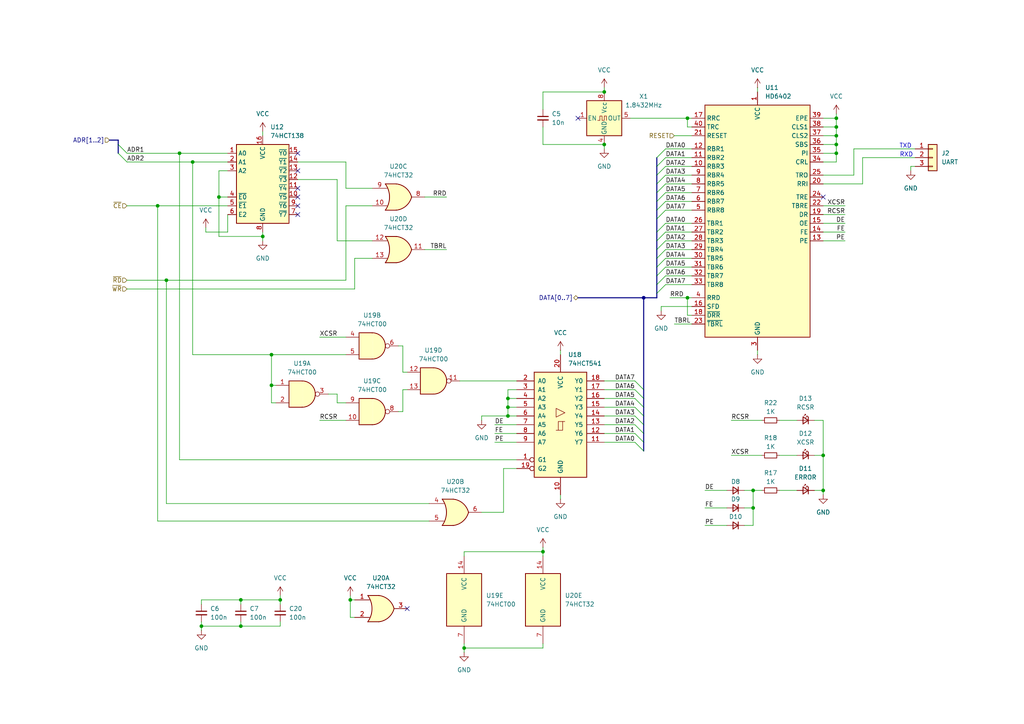
<source format=kicad_sch>
(kicad_sch (version 20231120) (generator "eeschema") (generator_version "8.0")
  (paper "A4")
  (title_block (title "J11 Homebrew Phase 1: ODT Console") (date "2025-08-28") (rev "2") (company "Jirne Van Rillaer"))
  (lib_symbols
    (symbol "74xx:74HCT00" (pin_names (offset 1.016))
      (property "Reference" "U" (at 0 1.27 0))
      (property "Value" "74HCT00" (at 0 -1.27 0))
      (symbol "74HCT00_1_1"
        (arc (start 0 -3.81) (mid 3.7934 0) (end 0 3.81) (stroke (width 0.254)) (fill (type background)))
        (polyline (pts (xy 0 3.81) (xy -3.81 3.81) (xy -3.81 -3.81) (xy 0 -3.81)) (stroke (width 0.254)) (fill (type background)))
        (pin input line (at -7.62 2.54 0) (length 3.81) (name "~") (number "1"))
        (pin input line (at -7.62 -2.54 0) (length 3.81) (name "~") (number "2"))
        (pin output inverted (at 7.62 0 180) (length 3.81) (name "~") (number "3"))
      )
      (symbol "74HCT00_1_2"
        (arc (start -3.81 -3.81) (mid -2.589 0) (end -3.81 3.81) (stroke (width 0.254)))
        (arc (start -0.6096 -3.81) (mid 2.1842 -2.5851) (end 3.81 0) (stroke (width 0.254)) (fill (type background)))
        (polyline (pts (xy -3.81 -3.81) (xy -0.635 -3.81)) (stroke (width 0.254)) (fill (type background)))
        (polyline (pts (xy -3.81 3.81) (xy -0.635 3.81)) (stroke (width 0.254)) (fill (type background)))
        (polyline (pts (xy -0.635 3.81) (xy -3.81 3.81) (xy -3.81 3.81) (xy -3.556 3.4036) (xy -3.0226 2.2606) (xy -2.6924 1.0414) (xy -2.6162 -0.254) (xy -2.7686 -1.4986) (xy -3.175 -2.7178) (xy -3.81 -3.81) (xy -3.81 -3.81) (xy -0.635 -3.81)) (stroke (width -25.4)) (fill (type background)))
        (arc (start 3.81 0) (mid 2.1915 2.5936) (end -0.6096 3.81) (stroke (width 0.254)) (fill (type background)))
        (pin input inverted (at -7.62 2.54 0) (length 4.318) (name "~") (number "1"))
        (pin input inverted (at -7.62 -2.54 0) (length 4.318) (name "~") (number "2"))
        (pin output line (at 7.62 0 180) (length 3.81) (name "~") (number "3"))
      )
      (symbol "74HCT00_2_1"
        (arc (start 0 -3.81) (mid 3.7934 0) (end 0 3.81) (stroke (width 0.254)) (fill (type background)))
        (polyline (pts (xy 0 3.81) (xy -3.81 3.81) (xy -3.81 -3.81) (xy 0 -3.81)) (stroke (width 0.254)) (fill (type background)))
        (pin input line (at -7.62 2.54 0) (length 3.81) (name "~") (number "4"))
        (pin input line (at -7.62 -2.54 0) (length 3.81) (name "~") (number "5"))
        (pin output inverted (at 7.62 0 180) (length 3.81) (name "~") (number "6"))
      )
      (symbol "74HCT00_2_2"
        (arc (start -3.81 -3.81) (mid -2.589 0) (end -3.81 3.81) (stroke (width 0.254)))
        (arc (start -0.6096 -3.81) (mid 2.1842 -2.5851) (end 3.81 0) (stroke (width 0.254)) (fill (type background)))
        (polyline (pts (xy -3.81 -3.81) (xy -0.635 -3.81)) (stroke (width 0.254)) (fill (type background)))
        (polyline (pts (xy -3.81 3.81) (xy -0.635 3.81)) (stroke (width 0.254)) (fill (type background)))
        (polyline (pts (xy -0.635 3.81) (xy -3.81 3.81) (xy -3.81 3.81) (xy -3.556 3.4036) (xy -3.0226 2.2606) (xy -2.6924 1.0414) (xy -2.6162 -0.254) (xy -2.7686 -1.4986) (xy -3.175 -2.7178) (xy -3.81 -3.81) (xy -3.81 -3.81) (xy -0.635 -3.81)) (stroke (width -25.4)) (fill (type background)))
        (arc (start 3.81 0) (mid 2.1915 2.5936) (end -0.6096 3.81) (stroke (width 0.254)) (fill (type background)))
        (pin input inverted (at -7.62 2.54 0) (length 4.318) (name "~") (number "4"))
        (pin input inverted (at -7.62 -2.54 0) (length 4.318) (name "~") (number "5"))
        (pin output line (at 7.62 0 180) (length 3.81) (name "~") (number "6"))
      )
      (symbol "74HCT00_3_1"
        (arc (start 0 -3.81) (mid 3.7934 0) (end 0 3.81) (stroke (width 0.254)) (fill (type background)))
        (polyline (pts (xy 0 3.81) (xy -3.81 3.81) (xy -3.81 -3.81) (xy 0 -3.81)) (stroke (width 0.254)) (fill (type background)))
        (pin input line (at -7.62 -2.54 0) (length 3.81) (name "~") (number "10"))
        (pin output inverted (at 7.62 0 180) (length 3.81) (name "~") (number "8"))
        (pin input line (at -7.62 2.54 0) (length 3.81) (name "~") (number "9"))
      )
      (symbol "74HCT00_3_2"
        (arc (start -3.81 -3.81) (mid -2.589 0) (end -3.81 3.81) (stroke (width 0.254)))
        (arc (start -0.6096 -3.81) (mid 2.1842 -2.5851) (end 3.81 0) (stroke (width 0.254)) (fill (type background)))
        (polyline (pts (xy -3.81 -3.81) (xy -0.635 -3.81)) (stroke (width 0.254)) (fill (type background)))
        (polyline (pts (xy -3.81 3.81) (xy -0.635 3.81)) (stroke (width 0.254)) (fill (type background)))
        (polyline (pts (xy -0.635 3.81) (xy -3.81 3.81) (xy -3.81 3.81) (xy -3.556 3.4036) (xy -3.0226 2.2606) (xy -2.6924 1.0414) (xy -2.6162 -0.254) (xy -2.7686 -1.4986) (xy -3.175 -2.7178) (xy -3.81 -3.81) (xy -3.81 -3.81) (xy -0.635 -3.81)) (stroke (width -25.4)) (fill (type background)))
        (arc (start 3.81 0) (mid 2.1915 2.5936) (end -0.6096 3.81) (stroke (width 0.254)) (fill (type background)))
        (pin input inverted (at -7.62 -2.54 0) (length 4.318) (name "~") (number "10"))
        (pin output line (at 7.62 0 180) (length 3.81) (name "~") (number "8"))
        (pin input inverted (at -7.62 2.54 0) (length 4.318) (name "~") (number "9"))
      )
      (symbol "74HCT00_4_1"
        (arc (start 0 -3.81) (mid 3.7934 0) (end 0 3.81) (stroke (width 0.254)) (fill (type background)))
        (polyline (pts (xy 0 3.81) (xy -3.81 3.81) (xy -3.81 -3.81) (xy 0 -3.81)) (stroke (width 0.254)) (fill (type background)))
        (pin output inverted (at 7.62 0 180) (length 3.81) (name "~") (number "11"))
        (pin input line (at -7.62 2.54 0) (length 3.81) (name "~") (number "12"))
        (pin input line (at -7.62 -2.54 0) (length 3.81) (name "~") (number "13"))
      )
      (symbol "74HCT00_4_2"
        (arc (start -3.81 -3.81) (mid -2.589 0) (end -3.81 3.81) (stroke (width 0.254)))
        (arc (start -0.6096 -3.81) (mid 2.1842 -2.5851) (end 3.81 0) (stroke (width 0.254)) (fill (type background)))
        (polyline (pts (xy -3.81 -3.81) (xy -0.635 -3.81)) (stroke (width 0.254)) (fill (type background)))
        (polyline (pts (xy -3.81 3.81) (xy -0.635 3.81)) (stroke (width 0.254)) (fill (type background)))
        (polyline (pts (xy -0.635 3.81) (xy -3.81 3.81) (xy -3.81 3.81) (xy -3.556 3.4036) (xy -3.0226 2.2606) (xy -2.6924 1.0414) (xy -2.6162 -0.254) (xy -2.7686 -1.4986) (xy -3.175 -2.7178) (xy -3.81 -3.81) (xy -3.81 -3.81) (xy -0.635 -3.81)) (stroke (width -25.4)) (fill (type background)))
        (arc (start 3.81 0) (mid 2.1915 2.5936) (end -0.6096 3.81) (stroke (width 0.254)) (fill (type background)))
        (pin output line (at 7.62 0 180) (length 3.81) (name "~") (number "11"))
        (pin input inverted (at -7.62 2.54 0) (length 4.318) (name "~") (number "12"))
        (pin input inverted (at -7.62 -2.54 0) (length 4.318) (name "~") (number "13"))
      )
      (symbol "74HCT00_5_0"
        (pin power_in line (at 0 12.7 270) (length 5.08) (name "VCC") (number "14"))
        (pin power_in line (at 0 -12.7 90) (length 5.08) (name "GND") (number "7"))
      )
      (symbol "74HCT00_5_1"
        (rectangle (start -5.08 7.62) (end 5.08 -7.62) (stroke (width 0.254)) (fill (type background)))
      )
    )
    (symbol "74xx:74HCT138"
      (property "Reference" "U" (at -7.62 13.97 0))
      (property "Value" "74HCT138" (at 2.54 -11.43 0))
      (symbol "74HCT138_0_1"
        (rectangle (start -7.62 12.7) (end 7.62 -10.16) (stroke (width 0.254)) (fill (type background)))
      )
      (symbol "74HCT138_1_1"
        (pin input line (at -10.16 10.16 0) (length 2.54) (name "A0") (number "1"))
        (pin output line (at 10.16 -2.54 180) (length 2.54) (name "~{Y5}") (number "10"))
        (pin output line (at 10.16 0 180) (length 2.54) (name "~{Y4}") (number "11"))
        (pin output line (at 10.16 2.54 180) (length 2.54) (name "~{Y3}") (number "12"))
        (pin output line (at 10.16 5.08 180) (length 2.54) (name "~{Y2}") (number "13"))
        (pin output line (at 10.16 7.62 180) (length 2.54) (name "~{Y1}") (number "14"))
        (pin output line (at 10.16 10.16 180) (length 2.54) (name "~{Y0}") (number "15"))
        (pin power_in line (at 0 15.24 270) (length 2.54) (name "VCC") (number "16"))
        (pin input line (at -10.16 7.62 0) (length 2.54) (name "A1") (number "2"))
        (pin input line (at -10.16 5.08 0) (length 2.54) (name "A2") (number "3"))
        (pin input line (at -10.16 -2.54 0) (length 2.54) (name "~{E0}") (number "4"))
        (pin input line (at -10.16 -5.08 0) (length 2.54) (name "~{E1}") (number "5"))
        (pin input line (at -10.16 -7.62 0) (length 2.54) (name "E2") (number "6"))
        (pin output line (at 10.16 -7.62 180) (length 2.54) (name "~{Y7}") (number "7"))
        (pin power_in line (at 0 -12.7 90) (length 2.54) (name "GND") (number "8"))
        (pin output line (at 10.16 -5.08 180) (length 2.54) (name "~{Y6}") (number "9"))
      )
    )
    (symbol "74xx:74HCT541" (pin_names (offset 1.016))
      (property "Reference" "U" (at -7.62 16.51 0))
      (property "Value" "74HCT541" (at -7.62 -16.51 0))
      (symbol "74HCT541_1_0"
        (polyline (pts (xy -0.635 -1.6002) (xy -0.635 0.9398) (xy 0.635 0.9398)))
        (polyline (pts (xy -1.27 -1.6002) (xy 0.635 -1.6002) (xy 0.635 0.9398) (xy 1.27 0.9398)))
        (polyline (pts (xy 1.27 3.4798) (xy -1.27 4.7498) (xy -1.27 2.2098) (xy 1.27 3.4798)) (stroke (width 0.1524)))
        (pin input inverted (at -12.7 -10.16 0) (length 5.08) (name "G1") (number "1"))
        (pin power_in line (at 0 -20.32 90) (length 5.08) (name "GND") (number "10"))
        (pin tri_state line (at 12.7 -5.08 180) (length 5.08) (name "Y7") (number "11"))
        (pin tri_state line (at 12.7 -2.54 180) (length 5.08) (name "Y6") (number "12"))
        (pin tri_state line (at 12.7 0 180) (length 5.08) (name "Y5") (number "13"))
        (pin tri_state line (at 12.7 2.54 180) (length 5.08) (name "Y4") (number "14"))
        (pin tri_state line (at 12.7 5.08 180) (length 5.08) (name "Y3") (number "15"))
        (pin tri_state line (at 12.7 7.62 180) (length 5.08) (name "Y2") (number "16"))
        (pin tri_state line (at 12.7 10.16 180) (length 5.08) (name "Y1") (number "17"))
        (pin tri_state line (at 12.7 12.7 180) (length 5.08) (name "Y0") (number "18"))
        (pin input inverted (at -12.7 -12.7 0) (length 5.08) (name "G2") (number "19"))
        (pin input line (at -12.7 12.7 0) (length 5.08) (name "A0") (number "2"))
        (pin power_in line (at 0 20.32 270) (length 5.08) (name "VCC") (number "20"))
        (pin input line (at -12.7 10.16 0) (length 5.08) (name "A1") (number "3"))
        (pin input line (at -12.7 7.62 0) (length 5.08) (name "A2") (number "4"))
        (pin input line (at -12.7 5.08 0) (length 5.08) (name "A3") (number "5"))
        (pin input line (at -12.7 2.54 0) (length 5.08) (name "A4") (number "6"))
        (pin input line (at -12.7 0 0) (length 5.08) (name "A5") (number "7"))
        (pin input line (at -12.7 -2.54 0) (length 5.08) (name "A6") (number "8"))
        (pin input line (at -12.7 -5.08 0) (length 5.08) (name "A7") (number "9"))
      )
      (symbol "74HCT541_1_1"
        (rectangle (start -7.62 15.24) (end 7.62 -15.24) (stroke (width 0.254)) (fill (type background)))
      )
    )
    (symbol "74xx:74LS32" (pin_names (offset 1.016))
      (property "Reference" "U" (at 0 1.27 0))
      (property "Value" "74LS32" (at 0 -1.27 0))
      (symbol "74LS32_1_1"
        (arc (start -3.81 -3.81) (mid -2.589 0) (end -3.81 3.81) (stroke (width 0.254)))
        (arc (start -0.6096 -3.81) (mid 2.1842 -2.5851) (end 3.81 0) (stroke (width 0.254)) (fill (type background)))
        (polyline (pts (xy -3.81 -3.81) (xy -0.635 -3.81)) (stroke (width 0.254)) (fill (type background)))
        (polyline (pts (xy -3.81 3.81) (xy -0.635 3.81)) (stroke (width 0.254)) (fill (type background)))
        (polyline (pts (xy -0.635 3.81) (xy -3.81 3.81) (xy -3.81 3.81) (xy -3.556 3.4036) (xy -3.0226 2.2606) (xy -2.6924 1.0414) (xy -2.6162 -0.254) (xy -2.7686 -1.4986) (xy -3.175 -2.7178) (xy -3.81 -3.81) (xy -3.81 -3.81) (xy -0.635 -3.81)) (stroke (width -25.4)) (fill (type background)))
        (arc (start 3.81 0) (mid 2.1915 2.5936) (end -0.6096 3.81) (stroke (width 0.254)) (fill (type background)))
        (pin input line (at -7.62 2.54 0) (length 4.318) (name "~") (number "1"))
        (pin input line (at -7.62 -2.54 0) (length 4.318) (name "~") (number "2"))
        (pin output line (at 7.62 0 180) (length 3.81) (name "~") (number "3"))
      )
      (symbol "74LS32_1_2"
        (arc (start 0 -3.81) (mid 3.7934 0) (end 0 3.81) (stroke (width 0.254)) (fill (type background)))
        (polyline (pts (xy 0 3.81) (xy -3.81 3.81) (xy -3.81 -3.81) (xy 0 -3.81)) (stroke (width 0.254)) (fill (type background)))
        (pin input inverted (at -7.62 2.54 0) (length 3.81) (name "~") (number "1"))
        (pin input inverted (at -7.62 -2.54 0) (length 3.81) (name "~") (number "2"))
        (pin output inverted (at 7.62 0 180) (length 3.81) (name "~") (number "3"))
      )
      (symbol "74LS32_2_1"
        (arc (start -3.81 -3.81) (mid -2.589 0) (end -3.81 3.81) (stroke (width 0.254)))
        (arc (start -0.6096 -3.81) (mid 2.1842 -2.5851) (end 3.81 0) (stroke (width 0.254)) (fill (type background)))
        (polyline (pts (xy -3.81 -3.81) (xy -0.635 -3.81)) (stroke (width 0.254)) (fill (type background)))
        (polyline (pts (xy -3.81 3.81) (xy -0.635 3.81)) (stroke (width 0.254)) (fill (type background)))
        (polyline (pts (xy -0.635 3.81) (xy -3.81 3.81) (xy -3.81 3.81) (xy -3.556 3.4036) (xy -3.0226 2.2606) (xy -2.6924 1.0414) (xy -2.6162 -0.254) (xy -2.7686 -1.4986) (xy -3.175 -2.7178) (xy -3.81 -3.81) (xy -3.81 -3.81) (xy -0.635 -3.81)) (stroke (width -25.4)) (fill (type background)))
        (arc (start 3.81 0) (mid 2.1915 2.5936) (end -0.6096 3.81) (stroke (width 0.254)) (fill (type background)))
        (pin input line (at -7.62 2.54 0) (length 4.318) (name "~") (number "4"))
        (pin input line (at -7.62 -2.54 0) (length 4.318) (name "~") (number "5"))
        (pin output line (at 7.62 0 180) (length 3.81) (name "~") (number "6"))
      )
      (symbol "74LS32_2_2"
        (arc (start 0 -3.81) (mid 3.7934 0) (end 0 3.81) (stroke (width 0.254)) (fill (type background)))
        (polyline (pts (xy 0 3.81) (xy -3.81 3.81) (xy -3.81 -3.81) (xy 0 -3.81)) (stroke (width 0.254)) (fill (type background)))
        (pin input inverted (at -7.62 2.54 0) (length 3.81) (name "~") (number "4"))
        (pin input inverted (at -7.62 -2.54 0) (length 3.81) (name "~") (number "5"))
        (pin output inverted (at 7.62 0 180) (length 3.81) (name "~") (number "6"))
      )
      (symbol "74LS32_3_1"
        (arc (start -3.81 -3.81) (mid -2.589 0) (end -3.81 3.81) (stroke (width 0.254)))
        (arc (start -0.6096 -3.81) (mid 2.1842 -2.5851) (end 3.81 0) (stroke (width 0.254)) (fill (type background)))
        (polyline (pts (xy -3.81 -3.81) (xy -0.635 -3.81)) (stroke (width 0.254)) (fill (type background)))
        (polyline (pts (xy -3.81 3.81) (xy -0.635 3.81)) (stroke (width 0.254)) (fill (type background)))
        (polyline (pts (xy -0.635 3.81) (xy -3.81 3.81) (xy -3.81 3.81) (xy -3.556 3.4036) (xy -3.0226 2.2606) (xy -2.6924 1.0414) (xy -2.6162 -0.254) (xy -2.7686 -1.4986) (xy -3.175 -2.7178) (xy -3.81 -3.81) (xy -3.81 -3.81) (xy -0.635 -3.81)) (stroke (width -25.4)) (fill (type background)))
        (arc (start 3.81 0) (mid 2.1915 2.5936) (end -0.6096 3.81) (stroke (width 0.254)) (fill (type background)))
        (pin input line (at -7.62 -2.54 0) (length 4.318) (name "~") (number "10"))
        (pin output line (at 7.62 0 180) (length 3.81) (name "~") (number "8"))
        (pin input line (at -7.62 2.54 0) (length 4.318) (name "~") (number "9"))
      )
      (symbol "74LS32_3_2"
        (arc (start 0 -3.81) (mid 3.7934 0) (end 0 3.81) (stroke (width 0.254)) (fill (type background)))
        (polyline (pts (xy 0 3.81) (xy -3.81 3.81) (xy -3.81 -3.81) (xy 0 -3.81)) (stroke (width 0.254)) (fill (type background)))
        (pin input inverted (at -7.62 -2.54 0) (length 3.81) (name "~") (number "10"))
        (pin output inverted (at 7.62 0 180) (length 3.81) (name "~") (number "8"))
        (pin input inverted (at -7.62 2.54 0) (length 3.81) (name "~") (number "9"))
      )
      (symbol "74LS32_4_1"
        (arc (start -3.81 -3.81) (mid -2.589 0) (end -3.81 3.81) (stroke (width 0.254)))
        (arc (start -0.6096 -3.81) (mid 2.1842 -2.5851) (end 3.81 0) (stroke (width 0.254)) (fill (type background)))
        (polyline (pts (xy -3.81 -3.81) (xy -0.635 -3.81)) (stroke (width 0.254)) (fill (type background)))
        (polyline (pts (xy -3.81 3.81) (xy -0.635 3.81)) (stroke (width 0.254)) (fill (type background)))
        (polyline (pts (xy -0.635 3.81) (xy -3.81 3.81) (xy -3.81 3.81) (xy -3.556 3.4036) (xy -3.0226 2.2606) (xy -2.6924 1.0414) (xy -2.6162 -0.254) (xy -2.7686 -1.4986) (xy -3.175 -2.7178) (xy -3.81 -3.81) (xy -3.81 -3.81) (xy -0.635 -3.81)) (stroke (width -25.4)) (fill (type background)))
        (arc (start 3.81 0) (mid 2.1915 2.5936) (end -0.6096 3.81) (stroke (width 0.254)) (fill (type background)))
        (pin output line (at 7.62 0 180) (length 3.81) (name "~") (number "11"))
        (pin input line (at -7.62 2.54 0) (length 4.318) (name "~") (number "12"))
        (pin input line (at -7.62 -2.54 0) (length 4.318) (name "~") (number "13"))
      )
      (symbol "74LS32_4_2"
        (arc (start 0 -3.81) (mid 3.7934 0) (end 0 3.81) (stroke (width 0.254)) (fill (type background)))
        (polyline (pts (xy 0 3.81) (xy -3.81 3.81) (xy -3.81 -3.81) (xy 0 -3.81)) (stroke (width 0.254)) (fill (type background)))
        (pin output inverted (at 7.62 0 180) (length 3.81) (name "~") (number "11"))
        (pin input inverted (at -7.62 2.54 0) (length 3.81) (name "~") (number "12"))
        (pin input inverted (at -7.62 -2.54 0) (length 3.81) (name "~") (number "13"))
      )
      (symbol "74LS32_5_0"
        (pin power_in line (at 0 12.7 270) (length 5.08) (name "VCC") (number "14"))
        (pin power_in line (at 0 -12.7 90) (length 5.08) (name "GND") (number "7"))
      )
      (symbol "74LS32_5_1"
        (rectangle (start -5.08 7.62) (end 5.08 -7.62) (stroke (width 0.254)) (fill (type background)))
      )
    )
    (symbol "Connector_Generic:Conn_01x03" (pin_names (offset 1.016) hide)
      (property "Reference" "J" (at 0 5.08 0))
      (property "Value" "Conn_01x03" (at 0 -5.08 0))
      (symbol "Conn_01x03_1_1"
        (rectangle (start -1.27 -2.413) (end 0 -2.667) (stroke (width 0.1524)))
        (rectangle (start -1.27 0.127) (end 0 -0.127) (stroke (width 0.1524)))
        (rectangle (start -1.27 2.667) (end 0 2.413) (stroke (width 0.1524)))
        (rectangle (start -1.27 3.81) (end 1.27 -3.81) (stroke (width 0.254)) (fill (type background)))
        (pin passive line (at -5.08 2.54 0) (length 3.81) (name "Pin_1") (number "1"))
        (pin passive line (at -5.08 0 0) (length 3.81) (name "Pin_2") (number "2"))
        (pin passive line (at -5.08 -2.54 0) (length 3.81) (name "Pin_3") (number "3"))
      )
    )
    (symbol "Device:C_Small" (pin_numbers hide) (pin_names (offset 0.254) hide)
      (property "Reference" "C" (at 0.254 1.778 0))
      (property "Value" "C_Small" (at 0.254 -2.032 0))
      (symbol "C_Small_0_1"
        (polyline (pts (xy -1.524 -0.508) (xy 1.524 -0.508)) (stroke (width 0.3302)))
        (polyline (pts (xy -1.524 0.508) (xy 1.524 0.508)) (stroke (width 0.3048)))
      )
      (symbol "C_Small_1_1"
        (pin passive line (at 0 2.54 270) (length 2.032) (name "~") (number "1"))
        (pin passive line (at 0 -2.54 90) (length 2.032) (name "~") (number "2"))
      )
    )
    (symbol "Device:D_Small" (pin_numbers hide) (pin_names (offset 0.254) hide)
      (property "Reference" "D" (at -1.27 2.032 0))
      (property "Value" "D_Small" (at -3.81 -2.032 0))
      (symbol "D_Small_0_1"
        (polyline (pts (xy -0.762 -1.016) (xy -0.762 1.016)) (stroke (width 0.254)))
        (polyline (pts (xy -0.762 0) (xy 0.762 0)))
        (polyline (pts (xy 0.762 -1.016) (xy -0.762 0) (xy 0.762 1.016) (xy 0.762 -1.016)) (stroke (width 0.254)))
      )
      (symbol "D_Small_1_1"
        (pin passive line (at -2.54 0 0) (length 1.778) (name "K") (number "1"))
        (pin passive line (at 2.54 0 180) (length 1.778) (name "A") (number "2"))
      )
    )
    (symbol "Device:LED_Small" (pin_numbers hide) (pin_names (offset 0.254) hide)
      (property "Reference" "D" (at -1.27 3.175 0))
      (property "Value" "LED_Small" (at -4.445 -2.54 0))
      (symbol "LED_Small_0_1"
        (polyline (pts (xy -0.762 -1.016) (xy -0.762 1.016)) (stroke (width 0.254)))
        (polyline (pts (xy 1.016 0) (xy -0.762 0)))
        (polyline (pts (xy 0.762 -1.016) (xy -0.762 0) (xy 0.762 1.016) (xy 0.762 -1.016)) (stroke (width 0.254)))
        (polyline (pts (xy 0 0.762) (xy -0.508 1.27) (xy -0.254 1.27) (xy -0.508 1.27) (xy -0.508 1.016)))
        (polyline (pts (xy 0.508 1.27) (xy 0 1.778) (xy 0.254 1.778) (xy 0 1.778) (xy 0 1.524)))
      )
      (symbol "LED_Small_1_1"
        (pin passive line (at -2.54 0 0) (length 1.778) (name "K") (number "1"))
        (pin passive line (at 2.54 0 180) (length 1.778) (name "A") (number "2"))
      )
    )
    (symbol "Device:R_Small" (pin_numbers hide) (pin_names (offset 0.254) hide)
      (property "Reference" "R" (at 0.762 0.508 0))
      (property "Value" "R_Small" (at 0.762 -1.016 0))
      (symbol "R_Small_0_1"
        (rectangle (start -0.762 1.778) (end 0.762 -1.778) (stroke (width 0.2032)))
      )
      (symbol "R_Small_1_1"
        (pin passive line (at 0 2.54 270) (length 0.762) (name "~") (number "1"))
        (pin passive line (at 0 -2.54 90) (length 0.762) (name "~") (number "2"))
      )
    )
    (symbol "J11:HD6402"
      (property "Reference" "U" (at 6.604 43.18 0))
      (property "Value" "HD6402" (at 6.858 40.132 0))
      (symbol "HD6402_1_1"
        (rectangle (start -15.24 36.83) (end 15.24 -30.48) (stroke (width 0.254)) (fill (type background)))
        (pin power_in line (at 0 40.64 270) (length 3.81) (name "VCC") (number "1"))
        (pin tri_state line (at -19.05 19.05 0) (length 3.81) (name "RBR3") (number "10"))
        (pin tri_state line (at -19.05 21.59 0) (length 3.81) (name "RBR2") (number "11"))
        (pin tri_state line (at -19.05 24.13 0) (length 3.81) (name "RBR1") (number "12"))
        (pin tri_state line (at 19.05 -2.54 180) (length 3.81) (name "PE") (number "13"))
        (pin tri_state line (at 19.05 0 180) (length 3.81) (name "FE") (number "14"))
        (pin tri_state line (at 19.05 2.54 180) (length 3.81) (name "OE") (number "15"))
        (pin input line (at -19.05 -21.59 0) (length 3.81) (name "SFD") (number "16"))
        (pin input line (at -19.05 33.02 0) (length 3.81) (name "RRC") (number "17"))
        (pin input line (at -19.05 -24.13 0) (length 3.81) (name "~{DRR}") (number "18"))
        (pin tri_state line (at 19.05 5.08 180) (length 3.81) (name "DR") (number "19"))
        (pin no_connect line (at 19.05 -10.16 180) (length 3.81) hide (name "NC") (number "2"))
        (pin input line (at 19.05 13.97 180) (length 3.81) (name "RRI") (number "20"))
        (pin input line (at -19.05 27.94 0) (length 3.81) (name "RESET") (number "21"))
        (pin tri_state line (at 19.05 7.62 180) (length 3.81) (name "TBRE") (number "22"))
        (pin input line (at -19.05 -26.67 0) (length 3.81) (name "~{TBRL}") (number "23"))
        (pin output line (at 19.05 10.16 180) (length 3.81) (name "TRE") (number "24"))
        (pin output line (at 19.05 16.51 180) (length 3.81) (name "TRO") (number "25"))
        (pin input line (at -19.05 2.54 0) (length 3.81) (name "TBR1") (number "26"))
        (pin input line (at -19.05 0 0) (length 3.81) (name "TBR2") (number "27"))
        (pin input line (at -19.05 -2.54 0) (length 3.81) (name "TBR3") (number "28"))
        (pin input line (at -19.05 -5.08 0) (length 3.81) (name "TBR4") (number "29"))
        (pin power_in line (at 0 -34.29 90) (length 3.81) (name "GND") (number "3"))
        (pin input line (at -19.05 -7.62 0) (length 3.81) (name "TBR5") (number "30"))
        (pin input line (at -19.05 -10.16 0) (length 3.81) (name "TBR6") (number "31"))
        (pin input line (at -19.05 -12.7 0) (length 3.81) (name "TBR7") (number "32"))
        (pin input line (at -19.05 -15.24 0) (length 3.81) (name "TBR8") (number "33"))
        (pin input line (at 19.05 20.32 180) (length 3.81) (name "CRL") (number "34"))
        (pin input line (at 19.05 22.86 180) (length 3.81) (name "PI") (number "35"))
        (pin input line (at 19.05 25.4 180) (length 3.81) (name "SBS") (number "36"))
        (pin input line (at 19.05 27.94 180) (length 3.81) (name "CLS2") (number "37"))
        (pin input line (at 19.05 30.48 180) (length 3.81) (name "CLS1") (number "38"))
        (pin input line (at 19.05 33.02 180) (length 3.81) (name "EPE") (number "39"))
        (pin input line (at -19.05 -19.05 0) (length 3.81) (name "RRD") (number "4"))
        (pin input line (at -19.05 30.48 0) (length 3.81) (name "TRC") (number "40"))
        (pin tri_state line (at -19.05 6.35 0) (length 3.81) (name "RBR8") (number "5"))
        (pin tri_state line (at -19.05 8.89 0) (length 3.81) (name "RBR7") (number "6"))
        (pin tri_state line (at -19.05 11.43 0) (length 3.81) (name "RBR6") (number "7"))
        (pin tri_state line (at -19.05 13.97 0) (length 3.81) (name "RBR5") (number "8"))
        (pin tri_state line (at -19.05 16.51 0) (length 3.81) (name "RBR4") (number "9"))
      )
    )
    (symbol "Oscillator:CXO_DIP8" (pin_names (offset 0.254))
      (property "Reference" "X" (at -5.08 6.35 0))
      (property "Value" "CXO_DIP8" (at 1.27 -6.35 0))
      (symbol "CXO_DIP8_0_1"
        (rectangle (start -5.08 5.08) (end 5.08 -5.08) (stroke (width 0.254)) (fill (type background)))
        (polyline (pts (xy -1.905 -0.635) (xy -1.27 -0.635) (xy -1.27 0.635) (xy -0.635 0.635) (xy -0.635 -0.635) (xy 0 -0.635) (xy 0 0.635) (xy 0.635 0.635) (xy 0.635 -0.635)))
      )
      (symbol "CXO_DIP8_1_1"
        (pin input line (at -7.62 0 0) (length 2.54) (name "EN") (number "1"))
        (pin power_in line (at 0 -7.62 90) (length 2.54) (name "GND") (number "4"))
        (pin output line (at 7.62 0 180) (length 2.54) (name "OUT") (number "5"))
        (pin power_in line (at 0 7.62 270) (length 2.54) (name "Vcc") (number "8"))
      )
    )
    (symbol "power:GND" (power) (pin_numbers hide) (pin_names (offset 0) hide)
      (property "Value" "GND" (at 0 -3.81 0))
      (symbol "GND_0_1"
        (polyline (pts (xy 0 0) (xy 0 -1.27) (xy 1.27 -1.27) (xy 0 -2.54) (xy -1.27 -1.27) (xy 0 -1.27)))
      )
      (symbol "GND_1_1"
        (pin power_in line (at 0 0 270) (length 0) (name "~") (number "1"))
      )
    )
    (symbol "power:VCC" (power) (pin_numbers hide) (pin_names (offset 0) hide)
      (property "Value" "VCC" (at 0 3.556 0))
      (symbol "VCC_0_1"
        (polyline (pts (xy -0.762 1.27) (xy 0 2.54)))
        (polyline (pts (xy 0 0) (xy 0 2.54)))
        (polyline (pts (xy 0 2.54) (xy 0.762 1.27)))
      )
      (symbol "VCC_1_1"
        (pin power_in line (at 0 0 90) (length 0) (name "~") (number "1"))
      )
    )
  )
  (junction (at 147.32 120.65))
  (junction (at 45.72 59.69))
  (junction (at 78.74 111.76))
  (junction (at 48.26 81.28))
  (junction (at 69.85 181.61))
  (junction (at 218.44 142.24))
  (junction (at 218.44 147.32))
  (junction (at 238.76 142.24))
  (junction (at 78.74 102.87))
  (junction (at 242.57 34.29))
  (junction (at 157.48 160.02))
  (junction (at 199.39 34.29))
  (junction (at 242.57 44.45))
  (junction (at 238.76 132.08))
  (junction (at 69.85 173.99))
  (junction (at 58.42 181.61))
  (junction (at 147.32 115.57))
  (junction (at 81.28 173.99))
  (junction (at 63.5 57.15))
  (junction (at 52.07 44.45))
  (junction (at 76.2 68.58))
  (junction (at 134.62 187.96))
  (junction (at 242.57 39.37))
  (junction (at 242.57 36.83))
  (junction (at 175.26 41.91))
  (junction (at 199.39 86.36))
  (junction (at 147.32 118.11))
  (junction (at 186.69 86.36))
  (junction (at 55.88 46.99))
  (junction (at 175.26 26.67))
  (junction (at 242.57 41.91))
  (junction (at 101.6 173.99))
  (no_connect (at 86.36 44.45))
  (no_connect (at 238.76 57.15))
  (no_connect (at 167.64 34.29))
  (no_connect (at 86.36 62.23))
  (no_connect (at 118.11 176.53))
  (no_connect (at 86.36 59.69))
  (no_connect (at 86.36 57.15))
  (no_connect (at 86.36 54.61))
  (no_connect (at 86.36 49.53))
  (bus_entry (at 184.15 120.65) (size 2.54 2.54))
  (bus_entry (at 193.04 72.39) (size -2.54 2.54))
  (bus_entry (at 184.15 118.11) (size 2.54 2.54))
  (bus_entry (at 193.04 67.31) (size -2.54 2.54))
  (bus_entry (at 184.15 113.03) (size 2.54 2.54))
  (bus_entry (at 193.04 77.47) (size -2.54 2.54))
  (bus_entry (at 193.04 82.55) (size -2.54 2.54))
  (bus_entry (at 193.04 80.01) (size -2.54 2.54))
  (bus_entry (at 34.29 41.91) (size 2.54 2.54))
  (bus_entry (at 193.04 74.93) (size -2.54 2.54))
  (bus_entry (at 193.04 48.26) (size -2.54 2.54))
  (bus_entry (at 184.15 110.49) (size 2.54 2.54))
  (bus_entry (at 193.04 55.88) (size -2.54 2.54))
  (bus_entry (at 193.04 53.34) (size -2.54 2.54))
  (bus_entry (at 193.04 69.85) (size -2.54 2.54))
  (bus_entry (at 184.15 115.57) (size 2.54 2.54))
  (bus_entry (at 193.04 58.42) (size -2.54 2.54))
  (bus_entry (at 184.15 123.19) (size 2.54 2.54))
  (bus_entry (at 193.04 60.96) (size -2.54 2.54))
  (bus_entry (at 193.04 64.77) (size -2.54 2.54))
  (bus_entry (at 193.04 43.18) (size -2.54 2.54))
  (bus_entry (at 184.15 125.73) (size 2.54 2.54))
  (bus_entry (at 34.29 44.45) (size 2.54 2.54))
  (bus_entry (at 184.15 128.27) (size 2.54 2.54))
  (bus_entry (at 193.04 50.8) (size -2.54 2.54))
  (bus_entry (at 193.04 45.72) (size -2.54 2.54))
  (wire (pts (xy 199.39 34.29) (xy 200.66 34.29)))
  (wire (pts (xy 157.48 36.83) (xy 157.48 41.91)))
  (wire (pts (xy 134.62 187.96) (xy 134.62 189.23)))
  (wire (pts (xy 195.58 39.37) (xy 200.66 39.37)))
  (bus (pts (xy 190.5 45.72) (xy 190.5 48.26)))
  (wire (pts (xy 210.82 147.32) (xy 204.47 147.32)))
  (wire (pts (xy 102.87 74.93) (xy 107.95 74.93)))
  (wire (pts (xy 215.9 142.24) (xy 218.44 142.24)))
  (wire (pts (xy 100.33 54.61) (xy 107.95 54.61)))
  (wire (pts (xy 81.28 173.99) (xy 81.28 175.26)))
  (wire (pts (xy 63.5 68.58) (xy 76.2 68.58)))
  (wire (pts (xy 101.6 172.72) (xy 101.6 173.99)))
  (wire (pts (xy 182.88 34.29) (xy 199.39 34.29)))
  (wire (pts (xy 63.5 57.15) (xy 66.04 57.15)))
  (wire (pts (xy 63.5 49.53) (xy 66.04 49.53)))
  (wire (pts (xy 238.76 62.23) (xy 245.11 62.23)))
  (wire (pts (xy 238.76 59.69) (xy 245.11 59.69)))
  (bus (pts (xy 190.5 50.8) (xy 190.5 53.34)))
  (wire (pts (xy 147.32 120.65) (xy 149.86 120.65)))
  (wire (pts (xy 78.74 102.87) (xy 78.74 111.76)))
  (wire (pts (xy 218.44 142.24) (xy 218.44 147.32)))
  (wire (pts (xy 101.6 173.99) (xy 102.87 173.99)))
  (wire (pts (xy 226.06 132.08) (xy 231.14 132.08)))
  (wire (pts (xy 102.87 74.93) (xy 102.87 83.82)))
  (wire (pts (xy 238.76 69.85) (xy 245.11 69.85)))
  (bus (pts (xy 190.5 55.88) (xy 190.5 58.42)))
  (wire (pts (xy 242.57 41.91) (xy 242.57 44.45)))
  (wire (pts (xy 238.76 41.91) (xy 242.57 41.91)))
  (wire (pts (xy 63.5 49.53) (xy 63.5 57.15)))
  (wire (pts (xy 146.05 135.89) (xy 149.86 135.89)))
  (wire (pts (xy 59.69 67.31) (xy 66.04 67.31)))
  (wire (pts (xy 76.2 67.31) (xy 76.2 68.58)))
  (wire (pts (xy 92.71 121.92) (xy 100.33 121.92)))
  (bus (pts (xy 190.5 82.55) (xy 190.5 85.09)))
  (wire (pts (xy 242.57 34.29) (xy 242.57 36.83)))
  (wire (pts (xy 175.26 25.4) (xy 175.26 26.67)))
  (wire (pts (xy 215.9 147.32) (xy 218.44 147.32)))
  (wire (pts (xy 115.57 100.33) (xy 116.84 100.33)))
  (wire (pts (xy 193.04 67.31) (xy 200.66 67.31)))
  (wire (pts (xy 193.04 64.77) (xy 200.66 64.77)))
  (bus (pts (xy 186.69 86.36) (xy 186.69 113.03)))
  (wire (pts (xy 134.62 160.02) (xy 134.62 161.29)))
  (wire (pts (xy 250.19 45.72) (xy 250.19 53.34)))
  (bus (pts (xy 190.5 72.39) (xy 190.5 74.93)))
  (wire (pts (xy 219.71 102.87) (xy 219.71 101.6)))
  (wire (pts (xy 247.65 43.18) (xy 265.43 43.18)))
  (wire (pts (xy 215.9 152.4) (xy 218.44 152.4)))
  (wire (pts (xy 157.48 26.67) (xy 157.48 31.75)))
  (wire (pts (xy 48.26 81.28) (xy 100.33 81.28)))
  (wire (pts (xy 175.26 110.49) (xy 184.15 110.49)))
  (wire (pts (xy 162.56 144.78) (xy 162.56 143.51)))
  (wire (pts (xy 146.05 135.89) (xy 146.05 148.59)))
  (wire (pts (xy 69.85 180.34) (xy 69.85 181.61)))
  (wire (pts (xy 86.36 46.99) (xy 100.33 46.99)))
  (wire (pts (xy 147.32 118.11) (xy 147.32 120.65)))
  (bus (pts (xy 186.69 118.11) (xy 186.69 120.65)))
  (wire (pts (xy 162.56 101.6) (xy 162.56 102.87)))
  (wire (pts (xy 116.84 113.03) (xy 116.84 119.38)))
  (wire (pts (xy 76.2 69.85) (xy 76.2 68.58)))
  (wire (pts (xy 147.32 115.57) (xy 149.86 115.57)))
  (wire (pts (xy 139.7 120.65) (xy 139.7 121.92)))
  (wire (pts (xy 81.28 180.34) (xy 81.28 181.61)))
  (wire (pts (xy 175.26 115.57) (xy 184.15 115.57)))
  (wire (pts (xy 52.07 44.45) (xy 66.04 44.45)))
  (wire (pts (xy 123.19 57.15) (xy 129.54 57.15)))
  (wire (pts (xy 101.6 173.99) (xy 101.6 179.07)))
  (wire (pts (xy 134.62 186.69) (xy 134.62 187.96)))
  (wire (pts (xy 212.09 132.08) (xy 220.98 132.08)))
  (wire (pts (xy 59.69 66.04) (xy 59.69 67.31)))
  (wire (pts (xy 191.77 88.9) (xy 191.77 90.17)))
  (wire (pts (xy 242.57 33.02) (xy 242.57 34.29)))
  (wire (pts (xy 175.26 43.18) (xy 175.26 41.91)))
  (wire (pts (xy 226.06 142.24) (xy 231.14 142.24)))
  (wire (pts (xy 115.57 119.38) (xy 116.84 119.38)))
  (bus (pts (xy 186.69 113.03) (xy 186.69 115.57)))
  (wire (pts (xy 219.71 25.4) (xy 219.71 26.67)))
  (wire (pts (xy 78.74 116.84) (xy 80.01 116.84)))
  (wire (pts (xy 134.62 160.02) (xy 157.48 160.02)))
  (wire (pts (xy 69.85 181.61) (xy 81.28 181.61)))
  (wire (pts (xy 116.84 107.95) (xy 118.11 107.95)))
  (wire (pts (xy 210.82 142.24) (xy 204.47 142.24)))
  (wire (pts (xy 116.84 100.33) (xy 116.84 107.95)))
  (wire (pts (xy 36.83 81.28) (xy 48.26 81.28)))
  (wire (pts (xy 36.83 46.99) (xy 55.88 46.99)))
  (wire (pts (xy 175.26 120.65) (xy 184.15 120.65)))
  (wire (pts (xy 175.26 118.11) (xy 184.15 118.11)))
  (wire (pts (xy 55.88 102.87) (xy 78.74 102.87)))
  (wire (pts (xy 193.04 82.55) (xy 200.66 82.55)))
  (wire (pts (xy 36.83 59.69) (xy 45.72 59.69)))
  (wire (pts (xy 238.76 50.8) (xy 247.65 50.8)))
  (wire (pts (xy 116.84 113.03) (xy 118.11 113.03)))
  (bus (pts (xy 186.69 120.65) (xy 186.69 123.19)))
  (wire (pts (xy 134.62 187.96) (xy 157.48 187.96)))
  (wire (pts (xy 45.72 151.13) (xy 124.46 151.13)))
  (wire (pts (xy 193.04 77.47) (xy 200.66 77.47)))
  (wire (pts (xy 210.82 152.4) (xy 204.47 152.4)))
  (wire (pts (xy 218.44 142.24) (xy 220.98 142.24)))
  (wire (pts (xy 199.39 86.36) (xy 199.39 91.44)))
  (wire (pts (xy 236.22 121.92) (xy 238.76 121.92)))
  (wire (pts (xy 92.71 97.79) (xy 100.33 97.79)))
  (bus (pts (xy 190.5 48.26) (xy 190.5 50.8)))
  (bus (pts (xy 190.5 67.31) (xy 190.5 69.85)))
  (bus (pts (xy 190.5 85.09) (xy 190.5 86.36)))
  (wire (pts (xy 193.04 48.26) (xy 200.66 48.26)))
  (wire (pts (xy 55.88 46.99) (xy 55.88 102.87)))
  (wire (pts (xy 58.42 173.99) (xy 58.42 175.26)))
  (bus (pts (xy 190.5 80.01) (xy 190.5 82.55)))
  (wire (pts (xy 147.32 113.03) (xy 147.32 115.57)))
  (wire (pts (xy 193.04 69.85) (xy 200.66 69.85)))
  (wire (pts (xy 123.19 72.39) (xy 129.54 72.39)))
  (wire (pts (xy 45.72 59.69) (xy 66.04 59.69)))
  (wire (pts (xy 97.79 114.3) (xy 97.79 116.84)))
  (wire (pts (xy 193.04 58.42) (xy 200.66 58.42)))
  (wire (pts (xy 242.57 44.45) (xy 242.57 46.99)))
  (wire (pts (xy 184.15 125.73) (xy 175.26 125.73)))
  (wire (pts (xy 58.42 173.99) (xy 69.85 173.99)))
  (wire (pts (xy 78.74 102.87) (xy 100.33 102.87)))
  (bus (pts (xy 186.69 115.57) (xy 186.69 118.11)))
  (wire (pts (xy 36.83 83.82) (xy 102.87 83.82)))
  (wire (pts (xy 264.16 48.26) (xy 265.43 48.26)))
  (bus (pts (xy 190.5 53.34) (xy 190.5 55.88)))
  (wire (pts (xy 147.32 118.11) (xy 149.86 118.11)))
  (wire (pts (xy 193.04 55.88) (xy 200.66 55.88)))
  (wire (pts (xy 193.04 74.93) (xy 200.66 74.93)))
  (wire (pts (xy 69.85 173.99) (xy 69.85 175.26)))
  (bus (pts (xy 190.5 60.96) (xy 190.5 63.5)))
  (wire (pts (xy 238.76 39.37) (xy 242.57 39.37)))
  (wire (pts (xy 157.48 41.91) (xy 175.26 41.91)))
  (wire (pts (xy 101.6 179.07) (xy 102.87 179.07)))
  (bus (pts (xy 34.29 40.64) (xy 34.29 41.91)))
  (wire (pts (xy 139.7 120.65) (xy 147.32 120.65)))
  (wire (pts (xy 247.65 43.18) (xy 247.65 50.8)))
  (wire (pts (xy 238.76 142.24) (xy 238.76 143.51)))
  (bus (pts (xy 186.69 125.73) (xy 186.69 128.27)))
  (wire (pts (xy 58.42 181.61) (xy 69.85 181.61)))
  (wire (pts (xy 238.76 46.99) (xy 242.57 46.99)))
  (wire (pts (xy 100.33 59.69) (xy 100.33 81.28)))
  (bus (pts (xy 190.5 69.85) (xy 190.5 72.39)))
  (bus (pts (xy 190.5 74.93) (xy 190.5 77.47)))
  (wire (pts (xy 133.35 110.49) (xy 149.86 110.49)))
  (wire (pts (xy 193.04 53.34) (xy 200.66 53.34)))
  (wire (pts (xy 45.72 59.69) (xy 45.72 151.13)))
  (wire (pts (xy 97.79 116.84) (xy 100.33 116.84)))
  (wire (pts (xy 195.58 93.98) (xy 200.66 93.98)))
  (wire (pts (xy 199.39 36.83) (xy 200.66 36.83)))
  (wire (pts (xy 78.74 111.76) (xy 80.01 111.76)))
  (wire (pts (xy 48.26 81.28) (xy 48.26 146.05)))
  (wire (pts (xy 81.28 172.72) (xy 81.28 173.99)))
  (wire (pts (xy 236.22 132.08) (xy 238.76 132.08)))
  (wire (pts (xy 175.26 113.03) (xy 184.15 113.03)))
  (wire (pts (xy 52.07 133.35) (xy 149.86 133.35)))
  (wire (pts (xy 238.76 34.29) (xy 242.57 34.29)))
  (wire (pts (xy 157.48 160.02) (xy 157.48 161.29)))
  (wire (pts (xy 55.88 46.99) (xy 66.04 46.99)))
  (wire (pts (xy 149.86 123.19) (xy 143.51 123.19)))
  (wire (pts (xy 250.19 45.72) (xy 265.43 45.72)))
  (wire (pts (xy 193.04 50.8) (xy 200.66 50.8)))
  (bus (pts (xy 190.5 77.47) (xy 190.5 80.01)))
  (wire (pts (xy 78.74 111.76) (xy 78.74 116.84)))
  (wire (pts (xy 97.79 69.85) (xy 107.95 69.85)))
  (wire (pts (xy 242.57 39.37) (xy 242.57 41.91)))
  (wire (pts (xy 86.36 52.07) (xy 97.79 52.07)))
  (wire (pts (xy 199.39 86.36) (xy 200.66 86.36)))
  (wire (pts (xy 52.07 44.45) (xy 52.07 133.35)))
  (wire (pts (xy 36.83 44.45) (xy 52.07 44.45)))
  (wire (pts (xy 238.76 36.83) (xy 242.57 36.83)))
  (wire (pts (xy 191.77 88.9) (xy 200.66 88.9)))
  (wire (pts (xy 218.44 147.32) (xy 218.44 152.4)))
  (wire (pts (xy 76.2 38.1) (xy 76.2 39.37)))
  (wire (pts (xy 184.15 128.27) (xy 175.26 128.27)))
  (wire (pts (xy 48.26 146.05) (xy 124.46 146.05)))
  (wire (pts (xy 193.04 60.96) (xy 200.66 60.96)))
  (wire (pts (xy 175.26 123.19) (xy 184.15 123.19)))
  (bus (pts (xy 190.5 58.42) (xy 190.5 60.96)))
  (wire (pts (xy 193.04 80.01) (xy 200.66 80.01)))
  (wire (pts (xy 264.16 48.26) (xy 264.16 49.53)))
  (wire (pts (xy 199.39 91.44) (xy 200.66 91.44)))
  (bus (pts (xy 186.69 86.36) (xy 190.5 86.36)))
  (wire (pts (xy 149.86 128.27) (xy 143.51 128.27)))
  (wire (pts (xy 58.42 180.34) (xy 58.42 181.61)))
  (wire (pts (xy 157.48 158.75) (xy 157.48 160.02)))
  (bus (pts (xy 31.75 40.64) (xy 34.29 40.64)))
  (bus (pts (xy 186.69 123.19) (xy 186.69 125.73)))
  (wire (pts (xy 69.85 173.99) (xy 81.28 173.99)))
  (wire (pts (xy 147.32 113.03) (xy 149.86 113.03)))
  (wire (pts (xy 238.76 132.08) (xy 238.76 142.24)))
  (wire (pts (xy 66.04 62.23) (xy 66.04 67.31)))
  (wire (pts (xy 238.76 53.34) (xy 250.19 53.34)))
  (bus (pts (xy 186.69 128.27) (xy 186.69 130.81)))
  (wire (pts (xy 226.06 121.92) (xy 231.14 121.92)))
  (bus (pts (xy 167.64 86.36) (xy 186.69 86.36)))
  (wire (pts (xy 149.86 125.73) (xy 143.51 125.73)))
  (wire (pts (xy 63.5 57.15) (xy 63.5 68.58)))
  (wire (pts (xy 100.33 46.99) (xy 100.33 54.61)))
  (wire (pts (xy 238.76 64.77) (xy 245.11 64.77)))
  (wire (pts (xy 238.76 44.45) (xy 242.57 44.45)))
  (wire (pts (xy 199.39 34.29) (xy 199.39 36.83)))
  (wire (pts (xy 238.76 67.31) (xy 245.11 67.31)))
  (wire (pts (xy 193.04 72.39) (xy 200.66 72.39)))
  (wire (pts (xy 193.04 43.18) (xy 200.66 43.18)))
  (wire (pts (xy 100.33 59.69) (xy 107.95 59.69)))
  (wire (pts (xy 97.79 52.07) (xy 97.79 69.85)))
  (wire (pts (xy 147.32 115.57) (xy 147.32 118.11)))
  (wire (pts (xy 242.57 36.83) (xy 242.57 39.37)))
  (wire (pts (xy 157.48 26.67) (xy 175.26 26.67)))
  (bus (pts (xy 190.5 63.5) (xy 190.5 67.31)))
  (bus (pts (xy 34.29 41.91) (xy 34.29 44.45)))
  (wire (pts (xy 139.7 148.59) (xy 146.05 148.59)))
  (wire (pts (xy 194.31 86.36) (xy 199.39 86.36)))
  (wire (pts (xy 193.04 45.72) (xy 200.66 45.72)))
  (wire (pts (xy 236.22 142.24) (xy 238.76 142.24)))
  (wire (pts (xy 157.48 186.69) (xy 157.48 187.96)))
  (wire (pts (xy 238.76 121.92) (xy 238.76 132.08)))
  (wire (pts (xy 212.09 121.92) (xy 220.98 121.92)))
  (wire (pts (xy 58.42 181.61) (xy 58.42 182.88)))
  (wire (pts (xy 95.25 114.3) (xy 97.79 114.3)))
  (text "TXD" (at 262.636 42.418 0) (effects (font (size 1.27 1.27))))
  (text "RXD" (at 262.89 44.958 0) (effects (font (size 1.27 1.27))))
  (label "DATA6" (at 184.15 113.03 180))
  (label "DATA5" (at 184.15 115.57 180))
  (label "FE" (at 143.51 125.73 0))
  (label "DATA2" (at 184.15 123.19 180))
  (label "RRD" (at 129.54 57.15 180))
  (label "FE" (at 245.11 67.31 180))
  (label "PE" (at 143.51 128.27 0))
  (label "RCSR" (at 212.09 121.92 0))
  (label "TBRL" (at 129.54 72.39 180))
  (label "DE" (at 143.51 123.19 0))
  (label "PE" (at 245.11 69.85 180))
  (label "DATA1" (at 184.15 125.73 180))
  (label "FE" (at 204.47 147.32 0))
  (label "PE" (at 204.47 152.4 0))
  (label "DATA1" (at 193.04 45.72 0))
  (label "DATA5" (at 193.04 77.47 0))
  (label "DATA0" (at 193.04 64.77 0))
  (label "RCSR" (at 245.11 62.23 180))
  (label "DE" (at 245.11 64.77 180))
  (label "DATA5" (at 193.04 55.88 0))
  (label "DATA3" (at 184.15 120.65 180))
  (label "XCSR" (at 212.09 132.08 0))
  (label "XCSR" (at 92.71 97.79 0))
  (label "ADR1" (at 36.83 44.45 0))
  (label "ADR2" (at 36.83 46.99 0))
  (label "DATA3" (at 193.04 50.8 0))
  (label "DATA3" (at 193.04 72.39 0))
  (label "DATA7" (at 193.04 60.96 0))
  (label "DATA0" (at 193.04 43.18 0))
  (label "DATA2" (at 193.04 69.85 0))
  (label "DATA6" (at 193.04 58.42 0))
  (label "DATA4" (at 184.15 118.11 180))
  (label "DATA1" (at 193.04 67.31 0))
  (label "DATA7" (at 184.15 110.49 180))
  (label "RRD" (at 194.31 86.36 0))
  (label "DATA0" (at 184.15 128.27 180))
  (label "TBRL" (at 195.58 93.98 0))
  (label "DATA2" (at 193.04 48.26 0))
  (label "DATA6" (at 193.04 80.01 0))
  (label "XCSR" (at 245.11 59.69 180))
  (label "DE" (at 204.47 142.24 0))
  (label "RCSR" (at 92.71 121.92 0))
  (label "DATA4" (at 193.04 53.34 0))
  (label "DATA4" (at 193.04 74.93 0))
  (label "DATA7" (at 193.04 82.55 0))
  (hierarchical_label "ADR[1..2]" (shape input) (at 31.75 40.64 180))
  (hierarchical_label "DATA[0..7]" (shape tri_state) (at 167.64 86.36 180))
  (hierarchical_label "~{WR}" (shape input) (at 36.83 83.82 180))
  (hierarchical_label "~{CE}" (shape input) (at 36.83 59.69 180))
  (hierarchical_label "RESET" (shape input) (at 195.58 39.37 180))
  (hierarchical_label "~{RD}" (shape input) (at 36.83 81.28 180))
  (symbol (lib_id "Device:C_Small") (at 157.48 34.29 0) (unit 1)
    (property "Reference" "C5" (at 160.02 33.0262 0) (effects (justify left)))
    (property "Value" "10n" (at 160.02 35.5662 0) (effects (justify left)))
    (property "Description" "Unpolarized capacitor, small symbol" (effects (hide yes)))
  )
  (symbol (lib_id "power:GND") (at 76.2 69.85 0) (unit 1)
    (property "Reference" "#PWR067" (effects (hide yes)))
    (property "Value" "GND" (at 76.2 74.93 0))
    (property "Description" "Power symbol creates a global label with name \"GND\" , ground" (effects (hide yes)))
  )
  (symbol (lib_id "Device:D_Small") (at 213.36 142.24 0) (mirror y) (unit 1)
    (property "Reference" "D8" (at 213.36 139.7 0))
    (property "Value" "D_Small" (effects (hide yes)))
    (property "Description" "Diode, small symbol" (effects (hide yes)))
    (property "Sim.Device" "D" (effects (hide yes)))
    (property "Sim.Pins" "1=K 2=A" (effects (hide yes)))
  )
  (symbol (lib_id "74xx:74HCT138") (at 76.2 54.61 0) (unit 1)
    (property "Reference" "U12" (at 78.3941 36.83 0) (effects (justify left)))
    (property "Value" "74HCT138" (at 78.3941 39.37 0) (effects (justify left)))
    (property "Datasheet" "http://www.ti.com/lit/ds/symlink/cd74hc238.pdf" (effects (hide yes)))
    (property "Description" "3-to-8 line decoder/multiplexer inverting, DIP-16/SOIC-16/SSOP-16" (effects (hide yes)))
  )
  (symbol (lib_id "74xx:74HCT541") (at 162.56 123.19 0) (unit 1)
    (property "Reference" "U18" (at 164.7541 102.87 0) (effects (justify left)))
    (property "Value" "74HCT541" (at 164.7541 105.41 0) (effects (justify left)))
    (property "Datasheet" "http://www.ti.com/lit/gpn/sn74HCT541" (effects (hide yes)))
    (property "Description" "8-bit Buffer/Line Driver 3-state outputs" (effects (hide yes)))
  )
  (symbol (lib_id "power:GND") (at 175.26 43.18 0) (unit 1)
    (property "Reference" "#PWR063" (effects (hide yes)))
    (property "Value" "GND" (at 175.26 48.26 0))
    (property "Description" "Power symbol creates a global label with name \"GND\" , ground" (effects (hide yes)))
  )
  (symbol (lib_id "74xx:74HCT00") (at 87.63 114.3 0) (unit 1)
    (property "Reference" "U19" (at 87.6217 105.41 0))
    (property "Value" "74HCT00" (at 87.6217 107.95 0))
    (property "Datasheet" "http://www.ti.com/lit/gpn/sn74hct00" (effects (hide yes)))
    (property "Description" "quad 2-input NAND gate" (effects (hide yes)))
  )
  (symbol (lib_id "power:GND") (at 238.76 143.51 0) (unit 1)
    (property "Reference" "#PWR078" (effects (hide yes)))
    (property "Value" "GND" (at 238.76 148.59 0))
    (property "Description" "Power symbol creates a global label with name \"GND\" , ground" (effects (hide yes)))
  )
  (symbol (lib_id "74xx:74LS32") (at 132.08 148.59 0) (unit 2)
    (property "Reference" "U20" (at 132.08 139.7 0))
    (property "Value" "74HCT32" (at 132.08 142.24 0))
    (property "Datasheet" "http://www.ti.com/lit/gpn/sn74LS32" (effects (hide yes)))
    (property "Description" "Quad 2-input OR" (effects (hide yes)))
  )
  (symbol (lib_id "power:VCC") (at 242.57 33.02 0) (unit 1)
    (property "Reference" "#PWR065" (effects (hide yes)))
    (property "Value" "VCC" (at 242.57 27.94 0))
    (property "Description" "Power symbol creates a global label with name \"VCC\"" (effects (hide yes)))
  )
  (symbol (lib_id "power:GND") (at 58.42 182.88 0) (unit 1)
    (property "Reference" "#PWR076" (effects (hide yes)))
    (property "Value" "GND" (at 58.42 187.96 0))
    (property "Description" "Power symbol creates a global label with name \"GND\" , ground" (effects (hide yes)))
  )
  (symbol (lib_id "power:GND") (at 191.77 90.17 0) (unit 1)
    (property "Reference" "#PWR064" (effects (hide yes)))
    (property "Value" "GND" (at 191.77 95.25 0))
    (property "Description" "Power symbol creates a global label with name \"GND\" , ground" (effects (hide yes)))
  )
  (symbol (lib_id "74xx:74LS32") (at 115.57 57.15 0) (unit 3)
    (property "Reference" "U20" (at 115.57 48.26 0))
    (property "Value" "74HCT32" (at 115.57 50.8 0))
    (property "Datasheet" "http://www.ti.com/lit/gpn/sn74LS32" (effects (hide yes)))
    (property "Description" "Quad 2-input OR" (effects (hide yes)))
  )
  (symbol (lib_id "74xx:74LS32") (at 110.49 176.53 0) (unit 1)
    (property "Reference" "U20" (at 110.49 167.64 0))
    (property "Value" "74HCT32" (at 110.49 170.18 0))
    (property "Datasheet" "http://www.ti.com/lit/gpn/sn74LS32" (effects (hide yes)))
    (property "Description" "Quad 2-input OR" (effects (hide yes)))
  )
  (symbol (lib_id "power:GND") (at 139.7 121.92 0) (unit 1)
    (property "Reference" "#PWR072" (effects (hide yes)))
    (property "Value" "GND" (at 139.7 127 0))
    (property "Description" "Power symbol creates a global label with name \"GND\" , ground" (effects (hide yes)))
  )
  (symbol (lib_id "power:VCC") (at 175.26 25.4 0) (unit 1)
    (property "Reference" "#PWR062" (effects (hide yes)))
    (property "Value" "VCC" (at 175.26 20.32 0))
    (property "Description" "Power symbol creates a global label with name \"VCC\"" (effects (hide yes)))
  )
  (symbol (lib_id "power:VCC") (at 219.71 25.4 0) (unit 1)
    (property "Reference" "#PWR057" (effects (hide yes)))
    (property "Value" "VCC" (at 219.71 20.32 0))
    (property "Description" "Power symbol creates a global label with name \"VCC\"" (effects (hide yes)))
  )
  (symbol (lib_id "Connector_Generic:Conn_01x03") (at 270.51 45.72 0) (unit 1)
    (property "Reference" "J2" (at 273.05 44.4499 0) (effects (justify left)))
    (property "Value" "UART" (at 273.05 46.9899 0) (effects (justify left)))
    (property "Description" "Generic connector, single row, 01x03, script generated (kicad-library-utils/schlib/autogen/connector/)" (effects (hide yes)))
  )
  (symbol (lib_id "Device:R_Small") (at 223.52 142.24 90) (unit 1)
    (property "Reference" "R17" (at 223.52 137.16 90))
    (property "Value" "1K" (at 223.52 139.7 90))
    (property "Description" "Resistor, small symbol" (effects (hide yes)))
  )
  (symbol (lib_id "Device:D_Small") (at 213.36 152.4 0) (mirror y) (unit 1)
    (property "Reference" "D10" (at 213.36 149.86 0))
    (property "Value" "D_Small" (effects (hide yes)))
    (property "Description" "Diode, small symbol" (effects (hide yes)))
    (property "Sim.Device" "D" (effects (hide yes)))
    (property "Sim.Pins" "1=K 2=A" (effects (hide yes)))
  )
  (symbol (lib_id "Oscillator:CXO_DIP8") (at 175.26 34.29 0) (unit 1)
    (property "Reference" "X1" (at 186.69 27.9714 0))
    (property "Value" "1.8432MHz" (at 186.69 30.5114 0))
    (property "Footprint" "Oscillator:Oscillator_DIP-8" (effects (hide yes)))
    (property "Datasheet" "http://cdn-reichelt.de/documents/datenblatt/B400/OSZI.pdf" (effects (hide yes)))
    (property "Description" "Crystal Clock Oscillator, DIP8-style metal package" (effects (hide yes)))
  )
  (symbol (lib_id "74xx:74HCT00") (at 134.62 173.99 0) (unit 5)
    (property "Reference" "U19" (at 140.97 172.7199 0) (effects (justify left)))
    (property "Value" "74HCT00" (at 140.97 175.2599 0) (effects (justify left)))
    (property "Datasheet" "http://www.ti.com/lit/gpn/sn74hct00" (effects (hide yes)))
    (property "Description" "quad 2-input NAND gate" (effects (hide yes)))
  )
  (symbol (lib_id "74xx:74LS32") (at 157.48 173.99 0) (unit 5)
    (property "Reference" "U20" (at 163.83 172.7199 0) (effects (justify left)))
    (property "Value" "74HCT32" (at 163.83 175.2599 0) (effects (justify left)))
    (property "Datasheet" "http://www.ti.com/lit/gpn/sn74LS32" (effects (hide yes)))
    (property "Description" "Quad 2-input OR" (effects (hide yes)))
  )
  (symbol (lib_id "Device:LED_Small") (at 233.68 121.92 0) (mirror y) (unit 1)
    (property "Reference" "D13" (at 233.6165 115.57 0))
    (property "Value" "RCSR" (at 233.6165 118.11 0))
    (property "Description" "Light emitting diode, small symbol" (effects (hide yes)))
  )
  (symbol (lib_id "Device:C_Small") (at 81.28 177.8 0) (unit 1)
    (property "Reference" "C20" (at 83.82 176.5362 0) (effects (justify left)))
    (property "Value" "100n" (at 83.82 179.0762 0) (effects (justify left)))
    (property "Description" "Unpolarized capacitor, small symbol" (effects (hide yes)))
  )
  (symbol (lib_id "power:GND") (at 264.16 49.53 0) (unit 1)
    (property "Reference" "#PWR066" (effects (hide yes)))
    (property "Value" "GND" (at 264.16 54.61 0))
    (property "Description" "Power symbol creates a global label with name \"GND\" , ground" (effects (hide yes)))
  )
  (symbol (lib_id "power:VCC") (at 162.56 101.6 0) (unit 1)
    (property "Reference" "#PWR070" (effects (hide yes)))
    (property "Value" "VCC" (at 162.56 96.52 0))
    (property "Description" "Power symbol creates a global label with name \"VCC\"" (effects (hide yes)))
  )
  (symbol (lib_id "74xx:74HCT00") (at 125.73 110.49 0) (unit 4)
    (property "Reference" "U19" (at 125.7217 101.6 0))
    (property "Value" "74HCT00" (at 125.7217 104.14 0))
    (property "Datasheet" "http://www.ti.com/lit/gpn/sn74hct00" (effects (hide yes)))
    (property "Description" "quad 2-input NAND gate" (effects (hide yes)))
  )
  (symbol (lib_id "Device:LED_Small") (at 233.68 132.08 0) (mirror y) (unit 1)
    (property "Reference" "D12" (at 233.6165 125.73 0))
    (property "Value" "XCSR" (at 233.6165 128.27 0))
    (property "Description" "Light emitting diode, small symbol" (effects (hide yes)))
  )
  (symbol (lib_id "power:GND") (at 162.56 144.78 0) (unit 1)
    (property "Reference" "#PWR071" (effects (hide yes)))
    (property "Value" "GND" (at 162.56 149.86 0))
    (property "Description" "Power symbol creates a global label with name \"GND\" , ground" (effects (hide yes)))
  )
  (symbol (lib_id "power:GND") (at 134.62 189.23 0) (unit 1)
    (property "Reference" "#PWR074" (effects (hide yes)))
    (property "Value" "GND" (at 134.62 194.31 0))
    (property "Description" "Power symbol creates a global label with name \"GND\" , ground" (effects (hide yes)))
  )
  (symbol (lib_id "power:VCC") (at 157.48 158.75 0) (unit 1)
    (property "Reference" "#PWR075" (effects (hide yes)))
    (property "Value" "VCC" (at 157.48 153.67 0))
    (property "Description" "Power symbol creates a global label with name \"VCC\"" (effects (hide yes)))
  )
  (symbol (lib_id "Device:LED_Small") (at 233.68 142.24 0) (mirror y) (unit 1)
    (property "Reference" "D11" (at 233.6165 135.89 0))
    (property "Value" "ERROR" (at 233.6165 138.43 0))
    (property "Description" "Light emitting diode, small symbol" (effects (hide yes)))
  )
  (symbol (lib_id "74xx:74HCT00") (at 107.95 119.38 0) (unit 3)
    (property "Reference" "U19" (at 107.9417 110.49 0))
    (property "Value" "74HCT00" (at 107.9417 113.03 0))
    (property "Datasheet" "http://www.ti.com/lit/gpn/sn74hct00" (effects (hide yes)))
    (property "Description" "quad 2-input NAND gate" (effects (hide yes)))
  )
  (symbol (lib_id "J11:HD6402") (at 219.71 67.31 0) (unit 1)
    (property "Reference" "U11" (at 221.9041 25.4 0) (effects (justify left)))
    (property "Value" "HD6402" (at 221.9041 27.94 0) (effects (justify left)))
  )
  (symbol (lib_id "74xx:74HCT00") (at 107.95 100.33 0) (unit 2)
    (property "Reference" "U19" (at 107.9417 91.44 0))
    (property "Value" "74HCT00" (at 107.9417 93.98 0))
    (property "Datasheet" "http://www.ti.com/lit/gpn/sn74hct00" (effects (hide yes)))
    (property "Description" "quad 2-input NAND gate" (effects (hide yes)))
  )
  (symbol (lib_id "Device:R_Small") (at 223.52 121.92 90) (unit 1)
    (property "Reference" "R22" (at 223.52 116.84 90))
    (property "Value" "1K" (at 223.52 119.38 90))
    (property "Description" "Resistor, small symbol" (effects (hide yes)))
  )
  (symbol (lib_id "Device:C_Small") (at 58.42 177.8 0) (unit 1)
    (property "Reference" "C6" (at 60.96 176.5362 0) (effects (justify left)))
    (property "Value" "100n" (at 60.96 179.0762 0) (effects (justify left)))
    (property "Description" "Unpolarized capacitor, small symbol" (effects (hide yes)))
  )
  (symbol (lib_id "power:GND") (at 219.71 102.87 0) (unit 1)
    (property "Reference" "#PWR056" (effects (hide yes)))
    (property "Value" "GND" (at 219.71 107.95 0))
    (property "Description" "Power symbol creates a global label with name \"GND\" , ground" (effects (hide yes)))
  )
  (symbol (lib_id "power:VCC") (at 59.69 66.04 0) (unit 1)
    (property "Reference" "#PWR069" (effects (hide yes)))
    (property "Value" "VCC" (at 59.69 60.96 0))
    (property "Description" "Power symbol creates a global label with name \"VCC\"" (effects (hide yes)))
  )
  (symbol (lib_id "power:VCC") (at 101.6 172.72 0) (unit 1)
    (property "Reference" "#PWR073" (effects (hide yes)))
    (property "Value" "VCC" (at 101.6 167.64 0))
    (property "Description" "Power symbol creates a global label with name \"VCC\"" (effects (hide yes)))
  )
  (symbol (lib_id "power:VCC") (at 76.2 38.1 0) (unit 1)
    (property "Reference" "#PWR068" (effects (hide yes)))
    (property "Value" "VCC" (at 76.2 33.02 0))
    (property "Description" "Power symbol creates a global label with name \"VCC\"" (effects (hide yes)))
  )
  (symbol (lib_id "power:VCC") (at 81.28 172.72 0) (unit 1)
    (property "Reference" "#PWR077" (effects (hide yes)))
    (property "Value" "VCC" (at 81.28 167.64 0))
    (property "Description" "Power symbol creates a global label with name \"VCC\"" (effects (hide yes)))
  )
  (symbol (lib_id "Device:D_Small") (at 213.36 147.32 0) (mirror y) (unit 1)
    (property "Reference" "D9" (at 213.36 144.78 0))
    (property "Value" "D_Small" (effects (hide yes)))
    (property "Description" "Diode, small symbol" (effects (hide yes)))
    (property "Sim.Device" "D" (effects (hide yes)))
    (property "Sim.Pins" "1=K 2=A" (effects (hide yes)))
  )
  (symbol (lib_id "74xx:74LS32") (at 115.57 72.39 0) (unit 4)
    (property "Reference" "U20" (at 115.57 63.5 0))
    (property "Value" "74HCT32" (at 115.57 66.04 0))
    (property "Datasheet" "http://www.ti.com/lit/gpn/sn74LS32" (effects (hide yes)))
    (property "Description" "Quad 2-input OR" (effects (hide yes)))
  )
  (symbol (lib_id "Device:R_Small") (at 223.52 132.08 90) (unit 1)
    (property "Reference" "R18" (at 223.52 127 90))
    (property "Value" "1K" (at 223.52 129.54 90))
    (property "Description" "Resistor, small symbol" (effects (hide yes)))
  )
  (symbol (lib_id "Device:C_Small") (at 69.85 177.8 0) (unit 1)
    (property "Reference" "C7" (at 72.39 176.5362 0) (effects (justify left)))
    (property "Value" "100n" (at 72.39 179.0762 0) (effects (justify left)))
    (property "Description" "Unpolarized capacitor, small symbol" (effects (hide yes)))
  )
)
</source>
